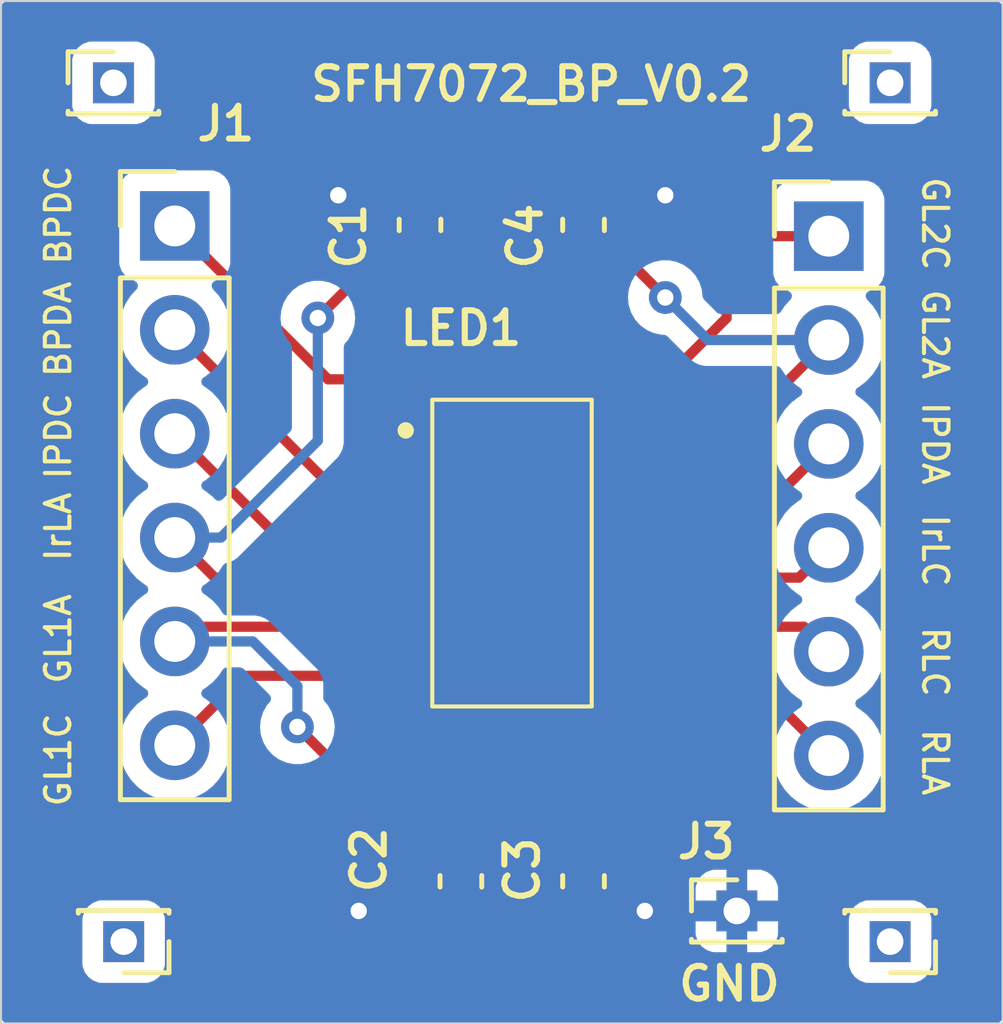
<source format=kicad_pcb>
(kicad_pcb (version 20240108) (generator "pcbnew") (generator_version "8.0")
  (layers (0 "F.Cu" signal) (31 "B.Cu" signal) (34 "B.Paste" user) (35 "F.Paste" user) (36 "B.SilkS" user "B.Silkscreen") (37 "F.SilkS" user "F.Silkscreen") (38 "B.Mask" user) (39 "F.Mask" user) (44 "Edge.Cuts" user))
  (net 0 "")
  (net 1 "GND")
  (net 2 "EXT_BROADB_PD_C")
  (net 3 "EXT_GR_LED1_C")
  (net 4 "EXT_BROADB_PD_A")
  (net 5 "EXT_IRDA_PD_C")
  (net 6 "EXT_RED_LED_C")
  (net 7 "EXT_IRDA_LED_C")
  (net 8 "EXT_IRDA_PD_A")
  (net 9 "EXT_GR_LED2_C")
  (net 10 "EXT_IRDA_LED_A")
  (net 11 "EXT_GR_LED1_A")
  (net 12 "EXT_GR_LED2_A")
  (net 13 "EXT_RED_LED_A")
  (footprint "Connector_PinHeader_2.54mm:PinHeader_1x06_P2.54mm_Vertical" (layer "F.Cu") (at 24 20.25)
    (property "Reference" "J1" (at 1.25 -2.5 0) (layer "F.SilkS") (effects (font (size 0.8 0.8))))
    (property "Value" "C_01x06" (hide yes))
    (fp_line (start -1.33 -1.33) (end 0 -1.33) (stroke (width 0.12)) (layer "F.SilkS"))
    (fp_line (start -1.33 0) (end -1.33 -1.33) (stroke (width 0.12)) (layer "F.SilkS"))
    (fp_line (start -1.33 1.27) (end -1.33 14.03) (stroke (width 0.12)) (layer "F.SilkS"))
    (fp_line (start -1.33 1.27) (end 1.33 1.27) (stroke (width 0.12)) (layer "F.SilkS"))
    (fp_line (start -1.33 14.03) (end 1.33 14.03) (stroke (width 0.12)) (layer "F.SilkS"))
    (fp_line (start 1.33 1.27) (end 1.33 14.03) (stroke (width 0.12)) (layer "F.SilkS"))
    (pad "1" thru_hole rect (at 0 0) (size 1.7 1.7) (drill 1) (layers "*.Cu" "*.Mask") (net 2 "EXT_BROADB_PD_C"))
    (pad "2" thru_hole oval (at 0 2.54) (size 1.7 1.7) (drill 1) (layers "*.Cu" "*.Mask") (net 4 "EXT_BROADB_PD_A"))
    (pad "3" thru_hole oval (at 0 5.08) (size 1.7 1.7) (drill 1) (layers "*.Cu" "*.Mask") (net 5 "EXT_IRDA_PD_C"))
    (pad "4" thru_hole oval (at 0 7.62) (size 1.7 1.7) (drill 1) (layers "*.Cu" "*.Mask") (net 10 "EXT_IRDA_LED_A"))
    (pad "5" thru_hole oval (at 0 10.16) (size 1.7 1.7) (drill 1) (layers "*.Cu" "*.Mask") (net 11 "EXT_GR_LED1_A"))
    (pad "6" thru_hole oval (at 0 12.7) (size 1.7 1.7) (drill 1) (layers "*.Cu" "*.Mask") (net 3 "EXT_GR_LED1_C"))
  )
  (footprint "Connector_PinHeader_2.54mm:PinHeader_1x06_P2.54mm_Vertical" (layer "F.Cu") (at 40 20.5)
    (property "Reference" "J2" (at -1 -2.5 0) (layer "F.SilkS") (effects (font (size 0.8 0.8))))
    (property "Value" "Conn_01x06_Pin" (hide yes))
    (fp_line (start -1.33 -1.33) (end 0 -1.33) (stroke (width 0.12)) (layer "F.SilkS"))
    (fp_line (start -1.33 0) (end -1.33 -1.33) (stroke (width 0.12)) (layer "F.SilkS"))
    (fp_line (start -1.33 1.27) (end -1.33 14.03) (stroke (width 0.12)) (layer "F.SilkS"))
    (fp_line (start -1.33 1.27) (end 1.33 1.27) (stroke (width 0.12)) (layer "F.SilkS"))
    (fp_line (start -1.33 14.03) (end 1.33 14.03) (stroke (width 0.12)) (layer "F.SilkS"))
    (fp_line (start 1.33 1.27) (end 1.33 14.03) (stroke (width 0.12)) (layer "F.SilkS"))
    (pad "1" thru_hole rect (at 0 0) (size 1.7 1.7) (drill 1) (layers "*.Cu" "*.Mask") (net 9 "EXT_GR_LED2_C"))
    (pad "2" thru_hole oval (at 0 2.54) (size 1.7 1.7) (drill 1) (layers "*.Cu" "*.Mask") (net 12 "EXT_GR_LED2_A"))
    (pad "3" thru_hole oval (at 0 5.08) (size 1.7 1.7) (drill 1) (layers "*.Cu" "*.Mask") (net 8 "EXT_IRDA_PD_A"))
    (pad "4" thru_hole oval (at 0 7.62) (size 1.7 1.7) (drill 1) (layers "*.Cu" "*.Mask") (net 7 "EXT_IRDA_LED_C"))
    (pad "5" thru_hole oval (at 0 10.16) (size 1.7 1.7) (drill 1) (layers "*.Cu" "*.Mask") (net 6 "EXT_RED_LED_C"))
    (pad "6" thru_hole oval (at 0 12.7) (size 1.7 1.7) (drill 1) (layers "*.Cu" "*.Mask") (net 13 "EXT_RED_LED_A"))
  )
  (footprint "Connector_PinHeader_1.27mm:PinHeader_1x01_P1.27mm_Vertical" (layer "F.Cu") (at 41.5 37.75 180)
    (property "Reference" "H3" (hide yes))
    (property "Value" "MountingHole" (hide yes))
    (fp_line (start 1.11 0.76) (end 1.11 0.695) (stroke (width 0.12)) (layer "F.SilkS"))
    (fp_line (start 0.563471 0.76) (end 1.11 0.76) (stroke (width 0.12)) (layer "F.SilkS"))
    (fp_line (start -1.11 0.76) (end 1.11 0.76) (stroke (width 0.12)) (layer "F.SilkS"))
    (fp_line (start -1.11 0.76) (end -0.563471 0.76) (stroke (width 0.12)) (layer "F.SilkS"))
    (fp_line (start -1.11 0.76) (end -1.11 0.695) (stroke (width 0.12)) (layer "F.SilkS"))
    (fp_line (start -1.11 0) (end -1.11 -0.76) (stroke (width 0.12)) (layer "F.SilkS"))
    (fp_line (start -1.11 -0.76) (end 0 -0.76) (stroke (width 0.12)) (layer "F.SilkS"))
    (pad "1" thru_hole rect (at 0 0 180) (size 1 1) (drill 0.65) (layers "*.Cu" "*.Mask"))
  )
  (footprint "Connector_PinHeader_1.27mm:PinHeader_1x01_P1.27mm_Vertical" (layer "F.Cu") (at 37.75 37)
    (property "Reference" "J3" (at -0.75 -1.695 0) (layer "F.SilkS") (effects (font (size 0.8 0.8))))
    (property "Value" "Conn_01x01_Pin" (hide yes))
    (fp_line (start -1.11 -0.76) (end 0 -0.76) (stroke (width 0.12)) (layer "F.SilkS"))
    (fp_line (start -1.11 0) (end -1.11 -0.76) (stroke (width 0.12)) (layer "F.SilkS"))
    (fp_line (start -1.11 0.76) (end -1.11 0.695) (stroke (width 0.12)) (layer "F.SilkS"))
    (fp_line (start -1.11 0.76) (end -0.563471 0.76) (stroke (width 0.12)) (layer "F.SilkS"))
    (fp_line (start -1.11 0.76) (end 1.11 0.76) (stroke (width 0.12)) (layer "F.SilkS"))
    (fp_line (start 0.563471 0.76) (end 1.11 0.76) (stroke (width 0.12)) (layer "F.SilkS"))
    (fp_line (start 1.11 0.76) (end 1.11 0.695) (stroke (width 0.12)) (layer "F.SilkS"))
    (pad "1" thru_hole rect (at 0 0) (size 1 1) (drill 0.65) (layers "*.Cu" "*.Mask") (net 1 "GND"))
  )
  (footprint "Connector_PinHeader_1.27mm:PinHeader_1x01_P1.27mm_Vertical" (layer "F.Cu") (at 41.5 16.75)
    (property "Reference" "H2" (hide yes))
    (property "Value" "MountingHole" (hide yes))
    (fp_line (start -1.11 -0.76) (end 0 -0.76) (stroke (width 0.12)) (layer "F.SilkS"))
    (fp_line (start -1.11 0) (end -1.11 -0.76) (stroke (width 0.12)) (layer "F.SilkS"))
    (fp_line (start -1.11 0.76) (end -1.11 0.695) (stroke (width 0.12)) (layer "F.SilkS"))
    (fp_line (start -1.11 0.76) (end -0.563471 0.76) (stroke (width 0.12)) (layer "F.SilkS"))
    (fp_line (start -1.11 0.76) (end 1.11 0.76) (stroke (width 0.12)) (layer "F.SilkS"))
    (fp_line (start 0.563471 0.76) (end 1.11 0.76) (stroke (width 0.12)) (layer "F.SilkS"))
    (fp_line (start 1.11 0.76) (end 1.11 0.695) (stroke (width 0.12)) (layer "F.SilkS"))
    (pad "1" thru_hole rect (at 0 0) (size 1 1) (drill 0.65) (layers "*.Cu" "*.Mask"))
  )
  (footprint "Capacitor_SMD:C_0603_1608Metric" (layer "F.Cu") (at 31 36.275 -90)
    (property "Reference" "C2" (at -0.525 2.25 90) (layer "F.SilkS") (effects (font (size 0.8 0.8))))
    (property "Value" "4u7F")
    (fp_line (start -0.14058 0.51) (end 0.14058 0.51) (stroke (width 0.12)) (layer "F.SilkS"))
    (fp_line (start -0.14058 -0.51) (end 0.14058 -0.51) (stroke (width 0.12)) (layer "F.SilkS"))
    (pad "1" smd roundrect (at -0.775 0 270) (size 0.9 0.95) (layers "F.Cu" "F.Paste" "F.Mask") (net 11 "EXT_GR_LED1_A"))
    (pad "2" smd roundrect (at 0.775 0 270) (size 0.9 0.95) (layers "F.Cu" "F.Paste" "F.Mask") (net 1 "GND"))
  )
  (footprint "Capacitor_SMD:C_0603_1608Metric" (layer "F.Cu") (at 34 20.225 90)
    (property "Reference" "C4" (at -0.275 -1.43 270) (layer "F.SilkS") (effects (font (size 0.8 0.8))))
    (property "Value" "4u7F")
    (fp_line (start -0.14058 -0.51) (end 0.14058 -0.51) (stroke (width 0.12)) (layer "F.SilkS"))
    (fp_line (start -0.14058 0.51) (end 0.14058 0.51) (stroke (width 0.12)) (layer "F.SilkS"))
    (pad "1" smd roundrect (at -0.775 0 90) (size 0.9 0.95) (layers "F.Cu" "F.Paste" "F.Mask") (net 12 "EXT_GR_LED2_A"))
    (pad "2" smd roundrect (at 0.775 0 90) (size 0.9 0.95) (layers "F.Cu" "F.Paste" "F.Mask") (net 1 "GND"))
  )
  (footprint "Connector_PinHeader_1.27mm:PinHeader_1x01_P1.27mm_Vertical" (layer "F.Cu") (at 22.75 37.75 180)
    (property "Reference" "H4" (hide yes))
    (property "Value" "MountingHole" (hide yes))
    (fp_line (start 1.11 0.76) (end 1.11 0.695) (stroke (width 0.12)) (layer "F.SilkS"))
    (fp_line (start 0.563471 0.76) (end 1.11 0.76) (stroke (width 0.12)) (layer "F.SilkS"))
    (fp_line (start -1.11 0.76) (end 1.11 0.76) (stroke (width 0.12)) (layer "F.SilkS"))
    (fp_line (start -1.11 0.76) (end -0.563471 0.76) (stroke (width 0.12)) (layer "F.SilkS"))
    (fp_line (start -1.11 0.76) (end -1.11 0.695) (stroke (width 0.12)) (layer "F.SilkS"))
    (fp_line (start -1.11 0) (end -1.11 -0.76) (stroke (width 0.12)) (layer "F.SilkS"))
    (fp_line (start -1.11 -0.76) (end 0 -0.76) (stroke (width 0.12)) (layer "F.SilkS"))
    (pad "1" thru_hole rect (at 0 0 180) (size 1 1) (drill 0.65) (layers "*.Cu" "*.Mask"))
  )
  (footprint "Capacitor_SMD:C_0603_1608Metric" (layer "F.Cu") (at 30 20.225 90)
    (property "Reference" "C1" (at -0.275 -1.75 270) (layer "F.SilkS") (effects (font (size 0.8 0.8))))
    (property "Value" "4u7F")
    (fp_line (start -0.14058 -0.51) (end 0.14058 -0.51) (stroke (width 0.12)) (layer "F.SilkS"))
    (fp_line (start -0.14058 0.51) (end 0.14058 0.51) (stroke (width 0.12)) (layer "F.SilkS"))
    (pad "1" smd roundrect (at -0.775 0 90) (size 0.9 0.95) (layers "F.Cu" "F.Paste" "F.Mask") (net 10 "EXT_IRDA_LED_A"))
    (pad "2" smd roundrect (at 0.775 0 90) (size 0.9 0.95) (layers "F.Cu" "F.Paste" "F.Mask") (net 1 "GND"))
  )
  (footprint "Connector_PinHeader_1.27mm:PinHeader_1x01_P1.27mm_Vertical" (layer "F.Cu") (at 22.5 16.75)
    (property "Reference" "H1" (hide yes))
    (property "Value" "MountingHole" (hide yes))
    (fp_line (start -1.11 -0.76) (end 0 -0.76) (stroke (width 0.12)) (layer "F.SilkS"))
    (fp_line (start -1.11 0) (end -1.11 -0.76) (stroke (width 0.12)) (layer "F.SilkS"))
    (fp_line (start -1.11 0.76) (end -1.11 0.695) (stroke (width 0.12)) (layer "F.SilkS"))
    (fp_line (start -1.11 0.76) (end -0.563471 0.76) (stroke (width 0.12)) (layer "F.SilkS"))
    (fp_line (start -1.11 0.76) (end 1.11 0.76) (stroke (width 0.12)) (layer "F.SilkS"))
    (fp_line (start 0.563471 0.76) (end 1.11 0.76) (stroke (width 0.12)) (layer "F.SilkS"))
    (fp_line (start 1.11 0.76) (end 1.11 0.695) (stroke (width 0.12)) (layer "F.SilkS"))
    (pad "1" thru_hole rect (at 0 0) (size 1 1) (drill 0.65) (layers "*.Cu" "*.Mask"))
  )
  (footprint "breakoutboard:SFH7072" (layer "F.Cu") (at 31.875 28.25 -90)
    (property "Reference" "LED1" (at -5.5 0.875 180) (layer "F.SilkS") (effects (font (size 0.8 0.8) (thickness 0.15) (bold yes))))
    (property "Value" "SFH_7072" (hide yes))
    (fp_line (start -3.1 2.225) (end -3.1 2.225) (stroke (width 0.2)) (layer "F.SilkS"))
    (fp_line (start -2.9 2.225) (end -2.9 2.225) (stroke (width 0.2)) (layer "F.SilkS"))
    (fp_line (start -3.75 1.575) (end -3.75 -2.325) (stroke (width 0.1)) (layer "F.SilkS"))
    (fp_line (start 3.75 1.575) (end -3.75 1.575) (stroke (width 0.1)) (layer "F.SilkS"))
    (fp_line (start -3.75 -2.325) (end 3.75 -2.325) (stroke (width 0.1)) (layer "F.SilkS"))
    (fp_line (start 3.75 -2.325) (end 3.75 1.575) (stroke (width 0.1)) (layer "F.SilkS"))
    (fp_arc (start -3.1 2.225) (mid -3 2.125) (end -2.9 2.225) (stroke (width 0.2)) (layer "F.SilkS"))
    (fp_arc (start -2.9 2.225) (mid -3 2.325) (end -3.1 2.225) (stroke (width 0.2)) (layer "F.SilkS"))
    (pad "1" smd rect (at -3 0.875 270) (size 0.9 1) (layers "F.Cu" "F.Paste" "F.Mask") (net 2 "EXT_BROADB_PD_C"))
    (pad "2" smd rect (at -1.8 0.875 270) (size 0.9 1) (layers "F.Cu" "F.Paste" "F.Mask") (net 4 "EXT_BROADB_PD_A"))
    (pad "3" smd rect (at -0.6 0.875 270) (size 0.9 1) (layers "F.Cu" "F.Paste" "F.Mask") (net 5 "EXT_IRDA_PD_C"))
    (pad "4" smd rect (at 0.6 0.875 270) (size 0.9 1) (layers "F.Cu" "F.Paste" "F.Mask") (net 10 "EXT_IRDA_LED_A"))
    (pad "5" smd rect (at 1.8 0.875 270) (size 0.9 1) (layers "F.Cu" "F.Paste" "F.Mask") (net 11 "EXT_GR_LED1_A"))
    (pad "6" smd rect (at 3 0.875 270) (size 0.9 1) (layers "F.Cu" "F.Paste" "F.Mask") (net 3 "EXT_GR_LED1_C"))
    (pad "7" smd rect (at 3 -1.625 270) (size 0.9 1) (layers "F.Cu" "F.Paste" "F.Mask") (net 13 "EXT_RED_LED_A"))
    (pad "8" smd rect (at 1.8 -1.625 270) (size 0.9 1) (layers "F.Cu" "F.Paste" "F.Mask") (net 6 "EXT_RED_LED_C"))
    (pad "9" smd rect (at 0.6 -1.625 270) (size 0.9 1) (layers "F.Cu" "F.Paste" "F.Mask") (net 7 "EXT_IRDA_LED_C"))
    (pad "10" smd rect (at -0.6 -1.625 270) (size 0.9 1) (layers "F.Cu" "F.Paste" "F.Mask") (net 8 "EXT_IRDA_PD_A"))
    (pad "11" smd rect (at -1.8 -1.625 270) (size 0.9 1) (layers "F.Cu" "F.Paste" "F.Mask") (net 12 "EXT_GR_LED2_A"))
    (pad "12" smd rect (at -3 -1.625 270) (size 0.9 1) (layers "F.Cu" "F.Paste" "F.Mask") (net 9 "EXT_GR_LED2_C"))
  )
  (footprint "Capacitor_SMD:C_0603_1608Metric" (layer "F.Cu") (at 34 36.275 -90)
    (property "Reference" "C3" (at -0.275 1.5 90) (layer "F.SilkS") (effects (font (size 0.8 0.8))))
    (property "Value" "4u7F")
    (fp_line (start -0.14058 0.51) (end 0.14058 0.51) (stroke (width 0.12)) (layer "F.SilkS"))
    (fp_line (start -0.14058 -0.51) (end 0.14058 -0.51) (stroke (width 0.12)) (layer "F.SilkS"))
    (pad "1" smd roundrect (at -0.775 0 270) (size 0.9 0.95) (layers "F.Cu" "F.Paste" "F.Mask") (net 13 "EXT_RED_LED_A"))
    (pad "2" smd roundrect (at 0.775 0 270) (size 0.9 0.95) (layers "F.Cu" "F.Paste" "F.Mask") (net 1 "GND"))
  )
  (gr_rect (start 19.75 14.75) (end 44.25 39.75) (stroke (width 0.05)) (fill none) (layer "Edge.Cuts"))
  (gr_text "GL2C" (at 42.25 19 270) (layer "F.SilkS") (effects (font (size 0.6 0.6) (thickness 0.1) (bold yes)) (justify left bottom)))
  (gr_text "GND" (at 36.25 39.25 0) (layer "F.SilkS") (effects (font (size 0.8 0.8)) (justify left bottom)))
  (gr_text "BPDA" (at 21.5 24 90) (layer "F.SilkS") (effects (font (size 0.6 0.6) (thickness 0.1) (bold yes)) (justify left bottom)))
  (gr_text "GL1A" (at 21.5 31.5 90) (layer "F.SilkS") (effects (font (size 0.6 0.6) (thickness 0.1) (bold yes)) (justify left bottom)))
  (gr_text "GL1C" (at 21.5 34.5 90) (layer "F.SilkS") (effects (font (size 0.6 0.6) (thickness 0.1) (bold yes)) (justify left bottom)))
  (gr_text "IrLC" (at 42.25 27.25 270) (layer "F.SilkS") (effects (font (size 0.6 0.6) (thickness 0.1) (bold yes)) (justify left bottom)))
  (gr_text "IPDC" (at 21.5 26.5 90) (layer "F.SilkS") (effects (font (size 0.6 0.6) (thickness 0.1) (bold yes)) (justify left bottom)))
  (gr_text "RLC" (at 42.25 30 270) (layer "F.SilkS") (effects (font (size 0.6 0.6) (thickness 0.1) (bold yes)) (justify left bottom)))
  (gr_text "IPDA" (at 42.25 24.5 270) (layer "F.SilkS") (effects (font (size 0.6 0.6) (thickness 0.1) (bold yes)) (justify left bottom)))
  (gr_text "BPDC" (at 21.5 21.25 90) (layer "F.SilkS") (effects (font (size 0.6 0.6) (thickness 0.1)) (justify left bottom)))
  (gr_text "GL2A" (at 42.25 21.75 270) (layer "F.SilkS") (effects (font (size 0.6 0.6) (thickness 0.1) (bold yes)) (justify left bottom)))
  (gr_text "RLA" (at 42.25 32.5 270) (layer "F.SilkS") (effects (font (size 0.6 0.6) (thickness 0.1) (bold yes)) (justify left bottom)))
  (gr_text "SFH7072_BP_V0.2" (at 27.25 17.25 0) (layer "F.SilkS") (effects (font (size 0.8 0.8) (thickness 0.15) (bold yes)) (justify left bottom)))
  (gr_text "IrLA" (at 21.5 28.5 90) (layer "F.SilkS") (effects (font (size 0.6 0.6) (thickness 0.1) (bold yes)) (justify left bottom)))
  (segment (start 31 37.05) (end 34 37.05) (width 0.25) (layer "F.Cu") (net 1))
  (segment (start 30 19.45) (end 34 19.45) (width 0.25) (layer "F.Cu") (net 1))
  (segment (start 30 19.45) (end 28.05 19.45) (width 0.25) (layer "F.Cu") (net 1))
  (segment (start 28.55 37.05) (end 28.5 37) (width 0.25) (layer "F.Cu") (net 1))
  (segment (start 35.95 19.45) (end 36 19.5) (width 0.25) (layer "F.Cu") (net 1))
  (segment (start 35.45 37.05) (end 35.5 37) (width 0.25) (layer "F.Cu") (net 1))
  (segment (start 37.75 37) (end 35.5 37) (width 0.25) (layer "F.Cu") (net 1))
  (segment (start 28.05 19.45) (end 28 19.5) (width 0.25) (layer "F.Cu") (net 1))
  (segment (start 31 37.05) (end 28.55 37.05) (width 0.25) (layer "F.Cu") (net 1))
  (segment (start 34 37.05) (end 35.45 37.05) (width 0.25) (layer "F.Cu") (net 1))
  (segment (start 34 19.45) (end 35.95 19.45) (width 0.25) (layer "F.Cu") (net 1))
  (via (at 35.5 37) (size 0.8) (drill 0.4) (layers "F.Cu" "B.Cu") (net 1))
  (via (at 28 19.5) (size 0.8) (drill 0.4) (layers "F.Cu" "B.Cu") (net 1))
  (via (at 36 19.5) (size 0.8) (drill 0.4) (layers "F.Cu" "B.Cu") (net 1))
  (via (at 28.5 37) (size 0.8) (drill 0.4) (layers "F.Cu" "B.Cu") (net 1))
  (segment (start 31 25.25) (end 29.75 24) (width 0.25) (layer "F.Cu") (net 2))
  (segment (start 29.75 24) (end 27.75 24) (width 0.25) (layer "F.Cu") (net 2))
  (segment (start 27.75 24) (end 24 20.25) (width 0.25) (layer "F.Cu") (net 2))
  (segment (start 31 31.25) (end 25.7 31.25) (width 0.25) (layer "F.Cu") (net 3))
  (segment (start 25.7 31.25) (end 24 32.95) (width 0.25) (layer "F.Cu") (net 3))
  (segment (start 31 26.45) (end 27.66 26.45) (width 0.25) (layer "F.Cu") (net 4))
  (segment (start 27.66 26.45) (end 24 22.79) (width 0.25) (layer "F.Cu") (net 4))
  (segment (start 26.32 27.65) (end 24 25.33) (width 0.25) (layer "F.Cu") (net 5))
  (segment (start 31 27.65) (end 26.32 27.65) (width 0.25) (layer "F.Cu") (net 5))
  (segment (start 39.39 30.05) (end 33.5 30.05) (width 0.25) (layer "F.Cu") (net 6))
  (segment (start 40 30.66) (end 39.39 30.05) (width 0.25) (layer "F.Cu") (net 6))
  (segment (start 33.5 28.85) (end 39.27 28.85) (width 0.25) (layer "F.Cu") (net 7))
  (segment (start 39.27 28.85) (end 40 28.12) (width 0.25) (layer "F.Cu") (net 7))
  (segment (start 37.93 27.65) (end 40 25.58) (width 0.25) (layer "F.Cu") (net 8))
  (segment (start 33.5 27.65) (end 37.93 27.65) (width 0.25) (layer "F.Cu") (net 8))
  (segment (start 33.5 25.25) (end 34.75 25.25) (width 0.25) (layer "F.Cu") (net 9))
  (segment (start 37.5 22.5) (end 37.5 21.5) (width 0.25) (layer "F.Cu") (net 9))
  (segment (start 37.5 21.5) (end 38.5 20.5) (width 0.25) (layer "F.Cu") (net 9))
  (segment (start 38.5 20.5) (end 40 20.5) (width 0.25) (layer "F.Cu") (net 9))
  (segment (start 34.75 25.25) (end 37.5 22.5) (width 0.25) (layer "F.Cu") (net 9))
  (segment (start 27.5 28.85) (end 24.98 28.85) (width 0.25) (layer "F.Cu") (net 10))
  (segment (start 24.98 28.85) (end 24 27.87) (width 0.25) (layer "F.Cu") (net 10))
  (segment (start 30 21) (end 29 21) (width 0.25) (layer "F.Cu") (net 10))
  (segment (start 29 21) (end 27.5 22.5) (width 0.25) (layer "F.Cu") (net 10))
  (segment (start 31 28.85) (end 27.5 28.85) (width 0.25) (layer "F.Cu") (net 10))
  (via (at 27.5 22.5) (size 0.8) (drill 0.4) (layers "F.Cu" "B.Cu") (net 10))
  (segment (start 27.5 25.5) (end 25.13 27.87) (width 0.25) (layer "B.Cu") (net 10))
  (segment (start 27.5 22.5) (end 27.5 25.5) (width 0.25) (layer "B.Cu") (net 10))
  (segment (start 25.13 27.87) (end 24 27.87) (width 0.25) (layer "B.Cu") (net 10))
  (segment (start 24.36 30.05) (end 24 30.41) (width 0.25) (layer "F.Cu") (net 11))
  (segment (start 31 35.5) (end 30 35.5) (width 0.25) (layer "F.Cu") (net 11))
  (segment (start 26.95 30.05) (end 24.36 30.05) (width 0.25) (layer "F.Cu") (net 11))
  (segment (start 31 30.05) (end 27.05 30.05) (width 0.25) (layer "F.Cu") (net 11))
  (segment (start 30 35.5) (end 27 32.5) (width 0.25) (layer "F.Cu") (net 11))
  (segment (start 27.05 30.05) (end 27 30) (width 0.25) (layer "F.Cu") (net 11))
  (segment (start 27 30) (end 26.95 30.05) (width 0.25) (layer "F.Cu") (net 11))
  (via (at 27 32.5) (size 0.8) (drill 0.4) (layers "F.Cu" "B.Cu") (net 11))
  (segment (start 27 32.5) (end 27 31.5) (width 0.25) (layer "B.Cu") (net 11))
  (segment (start 25.91 30.41) (end 24 30.41) (width 0.25) (layer "B.Cu") (net 11))
  (segment (start 27 31.5) (end 25.91 30.41) (width 0.25) (layer "B.Cu") (net 11))
  (segment (start 36.55 26.45) (end 36.5 26.5) (width 0.25) (layer "F.Cu") (net 12))
  (segment (start 36.59 26.45) (end 36.55 26.45) (width 0.25) (layer "F.Cu") (net 12))
  (segment (start 34 21) (end 35 21) (width 0.25) (layer "F.Cu") (net 12))
  (segment (start 35 21) (end 36 22) (width 0.25) (layer "F.Cu") (net 12))
  (segment (start 36.45 26.45) (end 33.5 26.45) (width 0.25) (layer "F.Cu") (net 12))
  (segment (start 40 23.04) (end 36.59 26.45) (width 0.25) (layer "F.Cu") (net 12))
  (segment (start 36.5 26.5) (end 36.45 26.45) (width 0.25) (layer "F.Cu") (net 12))
  (via (at 36 22) (size 0.8) (drill 0.4) (layers "F.Cu" "B.Cu") (net 12))
  (segment (start 40 23.04) (end 37.04 23.04) (width 0.25) (layer "B.Cu") (net 12))
  (segment (start 37.04 23.04) (end 36 22) (width 0.25) (layer "B.Cu") (net 12))
  (segment (start 33.5 33.5) (end 33.5 31.25) (width 0.25) (layer "F.Cu") (net 13))
  (segment (start 40 33.2) (end 38.05 31.25) (width 0.25) (layer "F.Cu") (net 13))
  (segment (start 34 34) (end 33.5 33.5) (width 0.25) (layer "F.Cu") (net 13))
  (segment (start 38.05 31.25) (end 33.5 31.25) (width 0.25) (layer "F.Cu") (net 13))
  (segment (start 34 35.5) (end 34 34) (width 0.25) (layer "F.Cu") (net 13))
  (zone (net 1) (net_name "GND") (layer "B.Cu") (connect_pads (clearance 0.508)) (min_thickness 0.254) (fill yes (thermal_gap 0.508) (thermal_bridge_width 0.508))
    (polygon (pts (xy 19.75 14.75) (xy 44.25 14.75) (xy 44.25 39.75) (xy 19.75 39.75)))
  )
)
</source>
